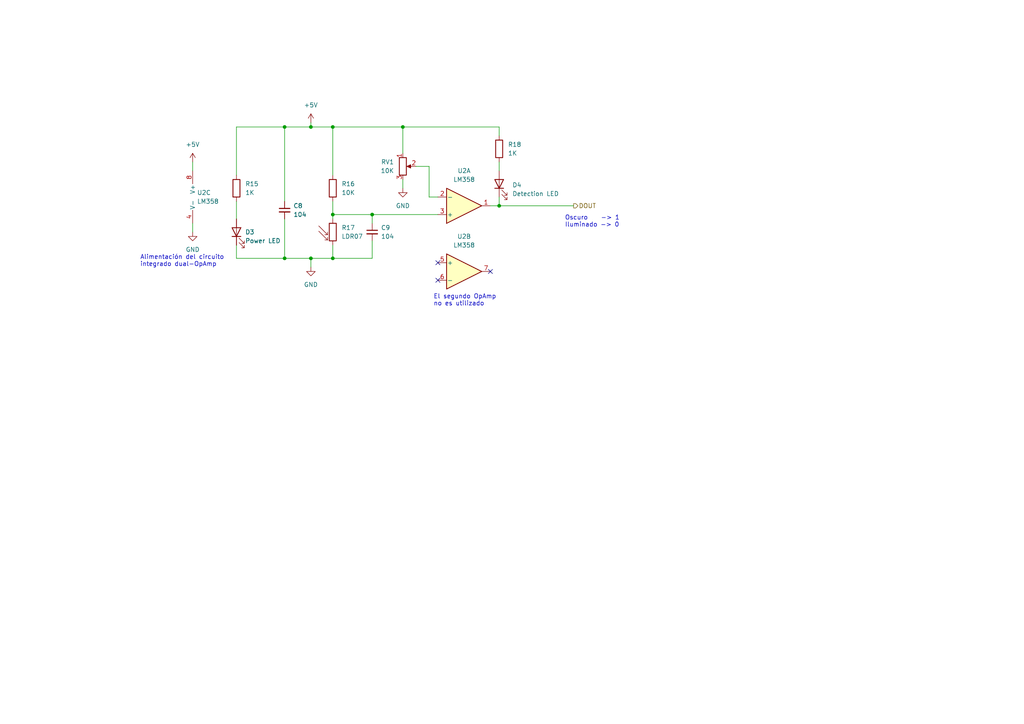
<source format=kicad_sch>
(kicad_sch (version 20211123) (generator eeschema)
  (paper "A4")
  (lib_symbols
    (symbol "Amplifier_Operational:LM358" (pin_names (offset 0.127))
      (property "Reference" "U" (at 0 5.08 0))
      (property "Value" "LM358" (at 0 -5.08 0))
      (symbol "LM358_1_1"
        (polyline (pts (xy -5.08 5.08) (xy 5.08 0) (xy -5.08 -5.08) (xy -5.08 5.08)) (stroke (width 0.254)) (fill (type background)))
        (pin output line (at 7.62 0 180) (length 2.54) (name "~") (number "1"))
        (pin input line (at -7.62 -2.54 0) (length 2.54) (name "-") (number "2"))
        (pin input line (at -7.62 2.54 0) (length 2.54) (name "+") (number "3"))
      )
      (symbol "LM358_2_1"
        (polyline (pts (xy -5.08 5.08) (xy 5.08 0) (xy -5.08 -5.08) (xy -5.08 5.08)) (stroke (width 0.254)) (fill (type background)))
        (pin input line (at -7.62 2.54 0) (length 2.54) (name "+") (number "5"))
        (pin input line (at -7.62 -2.54 0) (length 2.54) (name "-") (number "6"))
        (pin output line (at 7.62 0 180) (length 2.54) (name "~") (number "7"))
      )
      (symbol "LM358_3_1"
        (pin power_in line (at -2.54 -7.62 90) (length 3.81) (name "V-") (number "4"))
        (pin power_in line (at -2.54 7.62 270) (length 3.81) (name "V+") (number "8"))
      )
    )
    (symbol "Device:C_Small" (pin_numbers hide) (pin_names (offset 0.254) hide)
      (property "Reference" "C" (at 0.254 1.778 0))
      (property "Value" "C_Small" (at 0.254 -2.032 0))
      (symbol "C_Small_0_1"
        (polyline (pts (xy -1.524 -0.508) (xy 1.524 -0.508)) (stroke (width 0.3302)))
        (polyline (pts (xy -1.524 0.508) (xy 1.524 0.508)) (stroke (width 0.3048)))
      )
      (symbol "C_Small_1_1"
        (pin passive line (at 0 2.54 270) (length 2.032) (name "~") (number "1"))
        (pin passive line (at 0 -2.54 90) (length 2.032) (name "~") (number "2"))
      )
    )
    (symbol "Device:LED" (pin_numbers hide) (pin_names (offset 1.016) hide)
      (property "Reference" "D" (at 0 2.54 0))
      (property "Value" "LED" (at 0 -2.54 0))
      (symbol "LED_0_1"
        (polyline (pts (xy -1.27 -1.27) (xy -1.27 1.27)) (stroke (width 0.254)))
        (polyline (pts (xy -1.27 0) (xy 1.27 0)))
        (polyline (pts (xy 1.27 -1.27) (xy 1.27 1.27) (xy -1.27 0) (xy 1.27 -1.27)) (stroke (width 0.254)))
        (polyline (pts (xy -3.048 -0.762) (xy -4.572 -2.286) (xy -3.81 -2.286) (xy -4.572 -2.286) (xy -4.572 -1.524)))
        (polyline (pts (xy -1.778 -0.762) (xy -3.302 -2.286) (xy -2.54 -2.286) (xy -3.302 -2.286) (xy -3.302 -1.524)))
      )
      (symbol "LED_1_1"
        (pin passive line (at -3.81 0 0) (length 2.54) (name "K") (number "1"))
        (pin passive line (at 3.81 0 180) (length 2.54) (name "A") (number "2"))
      )
    )
    (symbol "Device:R" (pin_numbers hide) (pin_names (offset 0))
      (property "Reference" "R" (at 2.032 0 90))
      (property "Value" "R" (at 0 0 90))
      (symbol "R_0_1"
        (rectangle (start -1.016 -2.54) (end 1.016 2.54) (stroke (width 0.254)))
      )
      (symbol "R_1_1"
        (pin passive line (at 0 3.81 270) (length 1.27) (name "~") (number "1"))
        (pin passive line (at 0 -3.81 90) (length 1.27) (name "~") (number "2"))
      )
    )
    (symbol "Device:R_Potentiometer" (pin_names (offset 1.016) hide)
      (property "Reference" "RV" (at -4.445 0 90))
      (property "Value" "R_Potentiometer" (at -2.54 0 90))
      (symbol "R_Potentiometer_0_1"
        (polyline (pts (xy 2.54 0) (xy 1.524 0)))
        (polyline (pts (xy 1.143 0) (xy 2.286 0.508) (xy 2.286 -0.508) (xy 1.143 0)) (fill (type outline)))
        (rectangle (start 1.016 2.54) (end -1.016 -2.54) (stroke (width 0.254)))
      )
      (symbol "R_Potentiometer_1_1"
        (pin passive line (at 0 3.81 270) (length 1.27) (name "1") (number "1"))
        (pin passive line (at 3.81 0 180) (length 1.27) (name "2") (number "2"))
        (pin passive line (at 0 -3.81 90) (length 1.27) (name "3") (number "3"))
      )
    )
    (symbol "Sensor_Optical:LDR07" (pin_numbers hide) (pin_names (offset 0))
      (property "Reference" "R" (at -5.08 0 90))
      (property "Value" "LDR07" (at 1.905 0 90))
      (symbol "LDR07_0_1"
        (rectangle (start -1.016 2.54) (end 1.016 -2.54) (stroke (width 0.254)))
        (polyline (pts (xy -1.524 -2.286) (xy -4.064 0.254)))
        (polyline (pts (xy -1.524 -2.286) (xy -2.286 -2.286)))
        (polyline (pts (xy -1.524 -2.286) (xy -1.524 -1.524)))
        (polyline (pts (xy -1.524 -0.762) (xy -4.064 1.778)))
        (polyline (pts (xy -1.524 -0.762) (xy -2.286 -0.762)))
        (polyline (pts (xy -1.524 -0.762) (xy -1.524 0)))
      )
      (symbol "LDR07_1_1"
        (pin passive line (at 0 3.81 270) (length 1.27) (name "~") (number "1"))
        (pin passive line (at 0 -3.81 90) (length 1.27) (name "~") (number "2"))
      )
    )
    (symbol "power:+5V" (power) (pin_names (offset 0))
      (property "Value" "+5V" (at 0 3.556 0))
      (symbol "+5V_0_1"
        (polyline (pts (xy -0.762 1.27) (xy 0 2.54)))
        (polyline (pts (xy 0 0) (xy 0 2.54)))
        (polyline (pts (xy 0 2.54) (xy 0.762 1.27)))
      )
      (symbol "+5V_1_1"
        (pin power_in line (at 0 0 90) (length 0) hide (name "+5V") (number "1"))
      )
    )
    (symbol "power:GND" (power) (pin_names (offset 0))
      (property "Value" "GND" (at 0 -3.81 0))
      (symbol "GND_0_1"
        (polyline (pts (xy 0 0) (xy 0 -1.27) (xy 1.27 -1.27) (xy 0 -2.54) (xy -1.27 -1.27) (xy 0 -1.27)))
      )
      (symbol "GND_1_1"
        (pin power_in line (at 0 0 270) (length 0) hide (name "GND") (number "1"))
      )
    )
  )
  (junction (at 82.55 74.93))
  (junction (at 96.52 74.93))
  (junction (at 116.84 36.83))
  (junction (at 90.17 36.83))
  (junction (at 107.95 62.23))
  (junction (at 90.17 74.93))
  (junction (at 96.52 62.23))
  (junction (at 96.52 36.83))
  (junction (at 144.78 59.69))
  (junction (at 82.55 36.83))
  (no_connect (at 127 76.2))
  (no_connect (at 127 81.28))
  (no_connect (at 142.24 78.74))
  (wire (pts (xy 120.65 48.26) (xy 124.46 48.26)))
  (wire (pts (xy 68.58 74.93) (xy 82.55 74.93)))
  (wire (pts (xy 68.58 58.42) (xy 68.58 63.5)))
  (wire (pts (xy 96.52 71.12) (xy 96.52 74.93)))
  (wire (pts (xy 55.88 64.77) (xy 55.88 67.31)))
  (wire (pts (xy 82.55 63.5) (xy 82.55 74.93)))
  (wire (pts (xy 82.55 36.83) (xy 90.17 36.83)))
  (wire (pts (xy 124.46 57.15) (xy 127 57.15)))
  (wire (pts (xy 90.17 74.93) (xy 82.55 74.93)))
  (wire (pts (xy 144.78 46.99) (xy 144.78 49.53)))
  (wire (pts (xy 116.84 36.83) (xy 144.78 36.83)))
  (wire (pts (xy 144.78 59.69) (xy 166.37 59.69)))
  (wire (pts (xy 82.55 36.83) (xy 82.55 58.42)))
  (wire (pts (xy 96.52 36.83) (xy 116.84 36.83)))
  (wire (pts (xy 68.58 50.8) (xy 68.58 36.83)))
  (wire (pts (xy 116.84 52.07) (xy 116.84 54.61)))
  (wire (pts (xy 68.58 36.83) (xy 82.55 36.83)))
  (wire (pts (xy 90.17 36.83) (xy 96.52 36.83)))
  (wire (pts (xy 96.52 36.83) (xy 96.52 50.8)))
  (wire (pts (xy 55.88 46.99) (xy 55.88 49.53)))
  (wire (pts (xy 96.52 74.93) (xy 90.17 74.93)))
  (wire (pts (xy 68.58 74.93) (xy 68.58 71.12)))
  (wire (pts (xy 142.24 59.69) (xy 144.78 59.69)))
  (wire (pts (xy 96.52 58.42) (xy 96.52 62.23)))
  (wire (pts (xy 107.95 64.77) (xy 107.95 62.23)))
  (wire (pts (xy 96.52 62.23) (xy 96.52 63.5)))
  (wire (pts (xy 116.84 36.83) (xy 116.84 44.45)))
  (wire (pts (xy 107.95 62.23) (xy 127 62.23)))
  (wire (pts (xy 144.78 57.15) (xy 144.78 59.69)))
  (wire (pts (xy 107.95 69.85) (xy 107.95 74.93)))
  (wire (pts (xy 107.95 74.93) (xy 96.52 74.93)))
  (wire (pts (xy 124.46 48.26) (xy 124.46 57.15)))
  (wire (pts (xy 107.95 62.23) (xy 96.52 62.23)))
  (wire (pts (xy 90.17 35.56) (xy 90.17 36.83)))
  (wire (pts (xy 90.17 74.93) (xy 90.17 77.47)))
  (wire (pts (xy 144.78 39.37) (xy 144.78 36.83)))
  (text "El segundo OpAmp \nno es utilizado" (at 125.73 88.9 0) (effects (font (size 1.27 1.27)) (justify left bottom)))
  (text "Alimentación del circuito \nintegrado dual-OpAmp" (at 40.64 77.47 0) (effects (font (size 1.27 1.27)) (justify left bottom)))
  (text "Oscuro    -> 1\nIluminado -> 0" (at 163.83 66.04 0) (effects (font (size 1.27 1.27)) (justify left bottom)))
  (hierarchical_label "DOUT" (shape output) (at 166.37 59.69 0))
  (symbol (lib_id "Device:R") (at 144.78 43.18 0) (unit 1)
    (property "Reference" "R18" (at 147.32 41.9099 0) (effects (justify left)))
    (property "Value" "1K" (at 147.32 44.4499 0) (effects (justify left)))
  )
  (symbol (lib_id "power:GND") (at 55.88 67.31 0) (unit 1)
    (property "Reference" "#PWR019" (effects hide))
    (property "Value" "GND" (at 55.88 72.39 0))
  )
  (symbol (lib_id "Amplifier_Operational:LM358") (at 134.62 59.69 0) (mirror x) (unit 1)
    (property "Reference" "U2" (at 134.62 49.53 0))
    (property "Value" "LM358" (at 134.62 52.07 0))
    (property "Datasheet" "http://www.ti.com/lit/ds/symlink/lm2904-n.pdf" (effects hide))
  )
  (symbol (lib_id "power:GND") (at 116.84 54.61 0) (unit 1)
    (property "Reference" "#PWR022" (effects hide))
    (property "Value" "GND" (at 116.84 59.69 0))
  )
  (symbol (lib_id "Amplifier_Operational:LM358") (at 134.62 78.74 0) (unit 2)
    (property "Reference" "U2" (at 134.62 68.58 0))
    (property "Value" "LM358" (at 134.62 71.12 0))
    (property "Datasheet" "http://www.ti.com/lit/ds/symlink/lm2904-n.pdf" (effects hide))
  )
  (symbol (lib_id "Device:R") (at 68.58 54.61 0) (unit 1)
    (property "Reference" "R15" (at 71.12 53.3399 0) (effects (justify left)))
    (property "Value" "1K" (at 71.12 55.8799 0) (effects (justify left)))
  )
  (symbol (lib_id "Amplifier_Operational:LM358") (at 58.42 57.15 0) (unit 3)
    (property "Reference" "U2" (at 57.15 55.8799 0) (effects (justify left)))
    (property "Value" "LM358" (at 57.15 58.4199 0) (effects (justify left)))
    (property "Datasheet" "http://www.ti.com/lit/ds/symlink/lm2904-n.pdf" (effects hide))
  )
  (symbol (lib_id "Device:R_Potentiometer") (at 116.84 48.26 0) (unit 1)
    (property "Reference" "RV1" (at 114.3 46.9899 0) (effects (justify right)))
    (property "Value" "10K" (at 114.3 49.5299 0) (effects (justify right)))
  )
  (symbol (lib_id "Sensor_Optical:LDR07") (at 96.52 67.31 0) (unit 1)
    (property "Reference" "R17" (at 99.06 66.0399 0) (effects (justify left)))
    (property "Value" "LDR07" (at 99.06 68.5799 0) (effects (justify left)))
    (property "Footprint" "OptoDevice:R_LDR_5.1x4.3mm_P3.4mm_Vertical" (effects hide))
    (property "Datasheet" "http://www.tme.eu/de/Document/f2e3ad76a925811312d226c31da4cd7e/LDR07.pdf" (effects hide))
  )
  (symbol (lib_id "Device:LED") (at 144.78 53.34 90) (unit 1)
    (property "Reference" "D4" (at 148.59 53.6574 90) (effects (justify right)))
    (property "Value" "Detection LED" (at 148.59 56.1974 90) (effects (justify right)))
  )
  (symbol (lib_id "Device:R") (at 96.52 54.61 0) (unit 1)
    (property "Reference" "R16" (at 99.06 53.3399 0) (effects (justify left)))
    (property "Value" "10K" (at 99.06 55.8799 0) (effects (justify left)))
  )
  (symbol (lib_id "power:+5V") (at 55.88 46.99 0) (unit 1)
    (property "Reference" "#PWR018" (effects hide))
    (property "Value" "+5V" (at 55.88 41.91 0))
  )
  (symbol (lib_id "power:GND") (at 90.17 77.47 0) (unit 1)
    (property "Reference" "#PWR021" (effects hide))
    (property "Value" "GND" (at 90.17 82.55 0))
  )
  (symbol (lib_id "power:+5V") (at 90.17 35.56 0) (unit 1)
    (property "Reference" "#PWR020" (effects hide))
    (property "Value" "+5V" (at 90.17 30.48 0))
  )
  (symbol (lib_id "Device:C_Small") (at 82.55 60.96 0) (unit 1)
    (property "Reference" "C8" (at 85.09 59.6962 0) (effects (justify left)))
    (property "Value" "104" (at 85.09 62.2362 0) (effects (justify left)))
  )
  (symbol (lib_id "Device:C_Small") (at 107.95 67.31 0) (unit 1)
    (property "Reference" "C9" (at 110.49 66.0462 0) (effects (justify left)))
    (property "Value" "104" (at 110.49 68.5862 0) (effects (justify left)))
  )
  (symbol (lib_id "Device:LED") (at 68.58 67.31 90) (unit 1)
    (property "Reference" "D3" (at 71.12 67.31 90) (effects (justify right)))
    (property "Value" "Power LED" (at 71.12 69.85 90) (effects (justify right)))
  )
)
</source>
